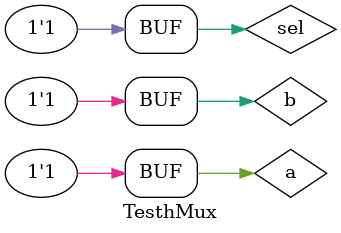
<source format=v>
`timescale 1ns / 1ps
`include "hMux.v"


module TesthMux;

	// Inputs
	reg a;
	reg b;
	reg sel;

	// Outputs
	wire out;

	// Instantiate the Unit Under Test (UUT)
	hMux uut (
		.a(a), 
		.b(b), 
		.sel(sel), 
		.out(out)
	);

	initial begin
		// Initialize Inputs
		a = 0;
		b = 0;
		sel = 0;

		// Wait 100 ns for global reset to finish
		#100;
        
		// Add stimulus here
		a = 0;
		b = 0;
		sel = 1;
		
		#100;
		
		a = 0;
		b = 1;
		sel = 0;
		
		#100;
		
		a = 0;
		b = 1;
		sel = 1;
		
		#100;
		
		a = 1;
		b = 0;
		sel = 0;
		
		#100;
		
		a = 1;
		b = 0;
		sel = 1;
		
		#100;
		
		a = 1;
		b = 1;
		sel = 0;
		
		#100;
		
		a = 1;
		b = 1;
		sel = 1;
		
		#100;

	end
      
endmodule


</source>
